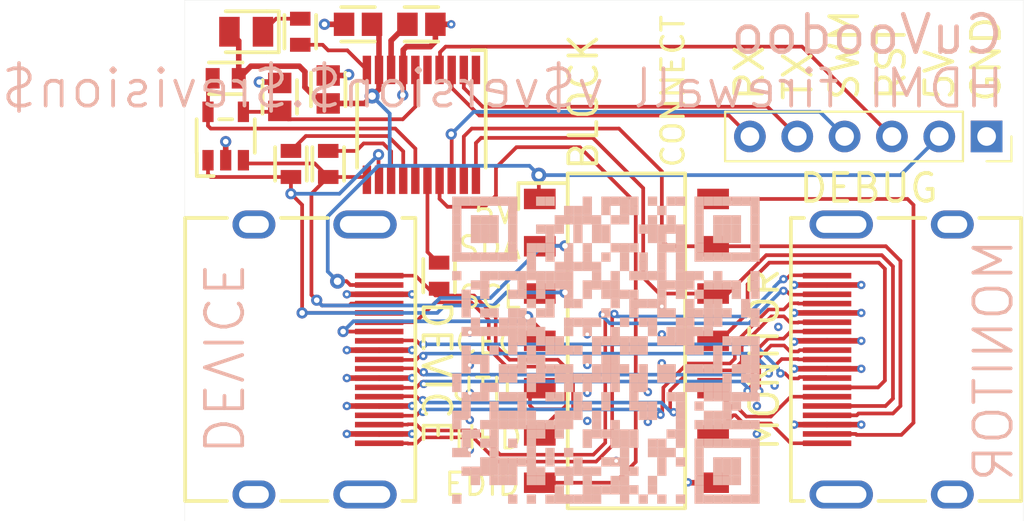
<source format=kicad_pcb>
(kicad_pcb (version 20211014) (generator pcbnew)

  (general
    (thickness 1.59)
  )

  (paper "A4")
  (title_block
    (date "$date$")
    (rev "$version$.$revision$")
    (company "CuVoodoo")
    (comment 1 "King Kévin")
    (comment 2 "CERN-OHL-S")
  )

  (layers
    (0 "F.Cu" signal)
    (1 "In1.Cu" power)
    (2 "In2.Cu" power)
    (31 "B.Cu" signal)
    (33 "F.Adhes" user "F.Adhesive")
    (35 "F.Paste" user)
    (36 "B.SilkS" user "B.Silkscreen")
    (37 "F.SilkS" user "F.Silkscreen")
    (38 "B.Mask" user)
    (39 "F.Mask" user)
    (44 "Edge.Cuts" user)
    (45 "Margin" user)
    (46 "B.CrtYd" user "B.Courtyard")
    (47 "F.CrtYd" user "F.Courtyard")
    (48 "B.Fab" user)
    (49 "F.Fab" user)
  )

  (setup
    (stackup
      (layer "F.SilkS" (type "Top Silk Screen") (color "White"))
      (layer "F.Paste" (type "Top Solder Paste"))
      (layer "F.Mask" (type "Top Solder Mask") (color "Green") (thickness 0.01))
      (layer "F.Cu" (type "copper") (thickness 0.035))
      (layer "dielectric 1" (type "core") (thickness 0.2) (material "FR4") (epsilon_r 4.6) (loss_tangent 0.02))
      (layer "In1.Cu" (type "copper") (thickness 0.0175))
      (layer "dielectric 2" (type "prepreg") (thickness 1.065) (material "FR4") (epsilon_r 4.6) (loss_tangent 0.02))
      (layer "In2.Cu" (type "copper") (thickness 0.0175))
      (layer "dielectric 3" (type "core") (thickness 0.2) (material "FR4") (epsilon_r 4.6) (loss_tangent 0.02))
      (layer "B.Cu" (type "copper") (thickness 0.035))
      (layer "B.Mask" (type "Bottom Solder Mask") (color "Green") (thickness 0.01))
      (layer "B.SilkS" (type "Bottom Silk Screen") (color "White"))
      (copper_finish "None")
      (dielectric_constraints yes)
    )
    (pad_to_mask_clearance 0)
    (pcbplotparams
      (layerselection 0x00010fc_ffffffff)
      (disableapertmacros false)
      (usegerberextensions false)
      (usegerberattributes true)
      (usegerberadvancedattributes true)
      (creategerberjobfile true)
      (svguseinch false)
      (svgprecision 6)
      (excludeedgelayer true)
      (plotframeref false)
      (viasonmask false)
      (mode 1)
      (useauxorigin false)
      (hpglpennumber 1)
      (hpglpenspeed 20)
      (hpglpendiameter 15.000000)
      (dxfpolygonmode true)
      (dxfimperialunits true)
      (dxfusepcbnewfont true)
      (psnegative false)
      (psa4output false)
      (plotreference true)
      (plotvalue true)
      (plotinvisibletext false)
      (sketchpadsonfab false)
      (subtractmaskfromsilk false)
      (outputformat 1)
      (mirror false)
      (drillshape 1)
      (scaleselection 1)
      (outputdirectory "")
    )
  )

  (net 0 "")
  (net 1 "GND")
  (net 2 "Net-(C1-Pad2)")
  (net 3 "+5V")
  (net 4 "/EEPROM")
  (net 5 "/D2+")
  (net 6 "/D2-")
  (net 7 "/D1+")
  (net 8 "/D1-")
  (net 9 "/D0+")
  (net 10 "/D0-")
  (net 11 "/CK+")
  (net 12 "/CK-")
  (net 13 "/CEC")
  (net 14 "/HEAC_D+")
  (net 15 "/SCL")
  (net 16 "/SDA")
  (net 17 "/HEAC_D-")
  (net 18 "Net-(J2-Pad13)")
  (net 19 "/HEAC_M+")
  (net 20 "/SCL_M")
  (net 21 "/SDA_M")
  (net 22 "Net-(J2-Pad18)")
  (net 23 "/HEAC_M-")
  (net 24 "/RST")
  (net 25 "/SWIM")
  (net 26 "/TX")
  (net 27 "/RX")
  (net 28 "/PRES")
  (net 29 "Net-(R4-Pad1)")
  (net 30 "/WP")
  (net 31 "/EDID")
  (net 32 "unconnected-(U1-Pad1)")
  (net 33 "unconnected-(U1-Pad5)")
  (net 34 "Net-(R4-Pad2)")
  (net 35 "/SDA_PU")
  (net 36 "/SCL_PU")

  (footprint "qeda:UC1608X55N" (layer "F.Cu") (at 55.5 64.5 180))

  (footprint "qeda:CONNECTOR_HDMI-001S" (layer "F.Cu") (at 86.5 75 -90))

  (footprint "qeda:CAPC1608X92N" (layer "F.Cu") (at 55.5 60.5))

  (footprint "qeda:SOP254P976X355-14N" (layer "F.Cu") (at 71.5 74))

  (footprint "qeda:CONNECTOR_HDMI-001S" (layer "F.Cu") (at 54 75 90))

  (footprint "qeda:LEDC2012X80N" (layer "F.Cu") (at 51.1 57.4 -90))

  (footprint "qeda:SOT95P280X125-5N" (layer "F.Cu") (at 50 63 90))

  (footprint "qeda:UC1608X55N" (layer "F.Cu") (at 50 59.9 90))

  (footprint "qeda:CAPC1608X92N" (layer "F.Cu") (at 57.1 57 90))

  (footprint "qeda:UC1608X55N" (layer "F.Cu") (at 53.5 64.5 180))

  (footprint "qeda:CAPC1608X92N" (layer "F.Cu") (at 52.9 60.9))

  (footprint "qeda:SOP65P640X120-20N" (layer "F.Cu") (at 60.5 62.4 -90))

  (footprint "Connector_PinSocket_2.54mm:PinSocket_1x06_P2.54mm_Vertical" (layer "F.Cu") (at 90.825 63.025 -90))

  (footprint "qeda:UC1608X55N" (layer "F.Cu") (at 61.45 70.5 180))

  (footprint "qeda:CAPC1608X92N" (layer "F.Cu") (at 60.5 57 -90))

  (footprint "qeda:UC1608X55N" (layer "F.Cu") (at 54 57.4 180))

  (footprint "custom:qr" (layer "B.Cu") (at 70.4 74.5 180))

  (gr_rect (start 47.8 55.7) (end 92.8 83.7) (layer "Edge.Cuts") (width 0.01) (fill none) (tstamp f0146902-4434-4b0f-b356-212cd68fedb2))
  (gr_text "DEVICE" (at 49.8 74.95 270) (layer "B.SilkS") (tstamp 2c597ce7-f11b-4c21-aadd-c78376cd4545)
    (effects (font (size 2 2) (thickness 0.2)) (justify mirror))
  )
  (gr_text "HDMI firewall v$version$.$revision$" (at 91.9 60.45) (layer "B.SilkS") (tstamp 47d2de52-f49e-423a-b420-37362595aee9)
    (effects (font (size 2 2) (thickness 0.2)) (justify left mirror))
  )
  (gr_text "MONITOR" (at 91.2 75.05 90) (layer "B.SilkS") (tstamp b7a9cebd-bbc2-4903-8147-14f38735f3a2)
    (effects (font (size 2 2) (thickness 0.2)) (justify mirror))
  )
  (gr_text "CuVoodoo" (at 91.85 57.55) (layer "B.SilkS") (tstamp e33f2640-6147-4605-84c4-295ca3d1c887)
    (effects (font (size 2 2) (thickness 0.25)) (justify left mirror))
  )
  (gr_text "TX" (at 80.7 61.2 90) (layer "F.SilkS") (tstamp 0c5f848f-0019-403a-82c9-a37b1ed1c370)
    (effects (font (size 1.5 1.5) (thickness 0.2)) (justify left))
  )
  (gr_text "5V" (at 88.3 61.2 90) (layer "F.SilkS") (tstamp 1cdc715f-35da-4031-90b3-2b1ff424be14)
    (effects (font (size 1.5 1.5) (thickness 0.2)) (justify left))
  )
  (gr_text "HPD" (at 66 79.2) (layer "F.SilkS") (tstamp 2763916d-9ecc-4556-9441-121441775248)
    (effects (font (size 1.2 1.2) (thickness 0.16)) (justify right))
  )
  (gr_text "EDID" (at 65.9 81.7) (layer "F.SilkS") (tstamp 4dee5168-4f51-483e-9d9a-37d92ae901ea)
    (effects (font (size 1.2 1.2) (thickness 0.16)) (justify right))
  )
  (gr_text "SDA" (at 65.95 69) (layer "F.SilkS") (tstamp 5dfa2e7f-530f-44ae-905f-bddb3d619752)
    (effects (font (size 1.2 1.2) (thickness 0.16)) (justify right))
  )
  (gr_text "MONITOR" (at 78.9 75 90) (layer "F.SilkS") (tstamp 6d59aa18-c021-422f-ad9f-81837e6c0b48)
    (effects (font (size 1.5 1.5) (thickness 0.2)))
  )
  (gr_text "RST" (at 85.7 61.2 90) (layer "F.SilkS") (tstamp 740fd393-eab6-46ac-8b63-b338c8b36286)
    (effects (font (size 1.5 1.5) (thickness 0.2)) (justify left))
  )
  (gr_text "DEBUG" (at 84.5 65.8) (layer "F.SilkS") (tstamp 79d2f178-b18d-4243-b1f9-3a0821e998d8)
    (effects (font (size 1.5 1.5) (thickness 0.2)))
  )
  (gr_text "GND" (at 90.8 61.3 90) (layer "F.SilkS") (tstamp 83c32e93-ec61-4fc4-bcb8-11c9d1bb60e5)
    (effects (font (size 1.5 1.5) (thickness 0.2)) (justify left))
  )
  (gr_text "BLOCK" (at 69.2 57.4 90) (layer "F.SilkS") (tstamp 83fbe59b-a59c-4098-8d1f-4a61a45b5486)
    (effects (font (size 1.5 1.5) (thickness 0.2)) (justify right))
  )
  (gr_text "SCL" (at 65.95 71.65) (layer "F.SilkS") (tstamp 89c8a35d-3c44-4e2a-86f8-0957371e37cd)
    (effects (font (size 1.2 1.2) (thickness 0.16)) (justify right))
  )
  (gr_text "UTIL" (at 65.9 76.6) (layer "F.SilkS") (tstamp 98de9a7e-656d-4135-8bd0-809035f2e3a3)
    (effects (font (size 1.2 1.2) (thickness 0.16)) (justify right))
  )
  (gr_text "CEC" (at 65.9 74.1) (layer "F.SilkS") (tstamp ad6729fb-9aa4-42bf-afee-63f6d49c5850)
    (effects (font (size 1.2 1.2) (thickness 0.16)) (justify right))
  )
  (gr_text "5V" (at 65.6 67.1) (layer "F.SilkS") (tstamp c9706b15-2062-431c-a6e4-3d87a8073382)
    (effects (font (size 1.2 1.2) (thickness 0.16)) (justify right))
  )
  (gr_text "CONNECT" (at 74 56.4 90) (layer "F.SilkS") (tstamp d6e6acfd-ff08-405f-83ab-b581ecd673c2)
    (effects (font (size 1.2 1.2) (thickness 0.17)) (justify right))
  )
  (gr_text "RX" (at 78.1 61.2 90) (layer "F.SilkS") (tstamp dcc49d98-631a-4b1e-8436-6b22799f4a51)
    (effects (font (size 1.5 1.5) (thickness 0.2)) (justify left))
  )
  (gr_text "SWM" (at 83.2 61.2 90) (layer "F.SilkS") (tstamp ef25fc1a-2019-46ad-a259-cfd9f82b52be)
    (effects (font (size 1.5 1.5) (thickness 0.2)) (justify left))
  )
  (gr_text "DEVICE" (at 61.3 75.7 270) (layer "F.SilkS") (tstamp fe79ef0f-61de-44d4-bd3f-a04037e674f7)
    (effects (font (size 1.5 1.5) (thickness 0.2)))
  )

  (segment (start 82.265 71) (end 80.5 71) (width 0.3) (layer "F.Cu") (net 1) (tstamp 030ef409-0b8b-4748-b7c1-c06cdcec382f))
  (segment (start 60 77.5) (end 58.235 77.5) (width 0.3) (layer "F.Cu") (net 1) (tstamp 13c513c0-2797-4fab-bb0b-631564f96e84))
  (segment (start 80.55 74) (end 80.5 74.05) (width 0.3) (layer "F.Cu") (net 1) (tstamp 199862ed-46c9-48b0-9a34-16f964f2b67c))
  (segment (start 82.265 71) (end 84.1 71) (width 0.3) (layer "F.Cu") (net 1) (tstamp 1e105fb8-f4a3-46ed-ab85-cfbb820f701a))
  (segment (start 74.82 81.62) (end 74.8 81.6) (width 0.3) (layer "F.Cu") (net 1) (tstamp 208199e5-c54a-41a6-b035-22d52b6c168a))
  (segment (start 50 63.2995) (end 50 64.3) (width 0.3) (layer "F.Cu") (net 1) (tstamp 2193d0a3-b7b4-4a80-a96b-136af4a59e88))
  (segment (start 82.265 78.5) (end 84.1 78.5) (width 0.3) (layer "F.Cu") (net 1) (tstamp 31b28111-e171-4187-9ddf-202037d12ca1))
  (segment (start 82.265 75.5) (end 84.1 75.5) (width 0.3) (layer "F.Cu") (net 1) (tstamp 437cd497-cd5a-408b-83c2-96d66eaa34e9))
  (segment (start 82.265 72.5) (end 84.1 72.5) (width 0.3) (layer "F.Cu") (net 1) (tstamp 4b8b41b0-d4b5-4613-be35-772c57e0a873))
  (segment (start 82.265 74) (end 80.55 74) (width 0.3) (layer "F.Cu") (net 1) (tstamp 4c575d4c-696c-425d-9ff8-04beb7aed8cd))
  (segment (start 59.525 59.45) (end 59.525 58.375) (width 0.3) (layer "F.Cu") (net 1) (tstamp 50f3dbc0-dcd1-49ce-be73-b6c0fc235910))
  (segment (start 58.235 74.5) (end 56.5 74.5) (width 0.3) (layer "F.Cu") (net 1) (tstamp 5608f937-7766-49ea-9dcf-ba5101e43643))
  (segment (start 51.8 60.1) (end 52.85 60.1) (width 0.3) (layer "F.Cu") (net 1) (tstamp 6b397ab1-e628-4c72-83d8-b1288892959b))
  (segment (start 56.35 57) (end 55.3 57) (width 0.3) (layer "F.Cu") (net 1) (tstamp 7224f935-2b1e-4853-ab3d-ec18434c4d49))
  (segment (start 76.15 81.62) (end 74.82 81.62) (width 0.3) (layer "F.Cu") (net 1) (tstamp 747073eb-53e7-442f-9534-47a84da741fb))
  (segment (start 82.265 75.5) (end 80.5 75.5) (width 0.3) (layer "F.Cu") (net 1) (tstamp 7604004b-c093-4f13-ba1c-ec520e3d57e9))
  (segment (start 59.525 60.775) (end 59.5 60.8) (width 0.3) (layer "F.Cu") (net 1) (tstamp 7bb9ca4c-2376-4301-ac85-8dfb184f1409))
  (segment (start 80.5 78.5) (end 82.265 78.5) (width 0.3) (layer "F.Cu") (net 1) (tstamp 7defaae6-a866-44cd-a66f-77359d319367))
  (segment (start 60.975 58.2) (end 61.25 57.925) (width 0.3) (layer "F.Cu") (net 1) (tstamp 8408ed7e-8be3-4326-a851-d3679c0c239f))
  (segment (start 59.525 58.375) (end 59.7 58.2) (width 0.3) (layer "F.Cu") (net 1) (tstamp 86915918-b97e-4b3e-97cc-e24017dd1c70))
  (segment (start 56.55 59.75) (end 56.6 59.7) (width 0.3) (layer "F.Cu") (net 1) (tstamp 9cda6968-9ac5-4583-8582-66a8f899df40))
  (segment (start 58.235 76) (end 56.5 76) (width 0.3) (layer "F.Cu") (net 1) (tstamp a007faf4-14b9-4ecd-b115-e2dddc697411))
  (segment (start 59.525 59.45) (end 59.525 60.775) (width 0.3) (layer "F.Cu") (net 1) (tstamp a36cd402-add7-4dd1-857e-e36b6dd11d94))
  (segment (start 82.265 74) (end 84.1 74) (width 0.3) (layer "F.Cu") (net 1) (tstamp ae7bd550-8e0d-4f62-b9b7-a7df709bb3ba))
  (segment (start 58.235 71.5) (end 60 71.5) (width 0.3) (layer "F.Cu") (net 1) (tstamp b597e2cc-ba82-48ef-9f7b-8d2f14850382))
  (segment (start 58.235 77.5) (end 56.5 77.5) (width 0.3) (layer "F.Cu") (net 1) (tstamp b796e7ba-75e9-4204-bfd0-7de2ee636f1c))
  (segment (start 58.235 74.5) (end 60 74.5) (width 0.3) (layer "F.Cu") (net 1) (tstamp b8261154-629a-4363-bb06-420b6c604c2f))
  (segment (start 60 79) (end 58.235 79) (width 0.3) (layer "F.Cu") (net 1) (tstamp b909327e-a584-45b5-84ed-0ad275fbc7e2))
  (segment (start 52.85 60.1) (end 52.9 60.15) (width 0.3) (layer "F.Cu") (net 1) (tstamp c5e86747-df53-44be-9d8b-90dcbc7bdf55))
  (segment (start 58.235 79) (end 56.5 79) (width 0.3) (layer "F.Cu") (net 1) (tstamp c76c9861-8233-4ce5-823b-3b9b2d7ab6b6))
  (segment (start 80.5 72.5) (end 82.265 72.5) (width 0.3) (layer "F.Cu") (net 1) (tstamp d07bf469-9c65-4e19-abdc-0e9808d255b5))
  (segment (start 60 76) (end 58.235 76) (width 0.3) (layer "F.Cu") (net 1) (tstamp d5a0d335-4cc3-4ce4-b512-7d024da7957a))
  (segment (start 59.7 58.2) (end 60.975 58.2) (width 0.3) (layer "F.Cu") (net 1) (tstamp d91b20e8-f33e-4183-beb3-646ad59a49a8))
  (segment (start 61.25 57) (end 62.1 57) (width 0.3) (layer "F.Cu") (net 1) (tstamp d9725666-0875-4877-9d05-00d5774ed91f))
  (segment (start 55.5 59.75) (end 56.55 59.75) (width 0.3) (layer "F.Cu") (net 1) (tstamp f0cc7b16-52e7-457e-b47f-e58c1012676e))
  (segment (start 61.25 57.925) (end 61.25 57) (width 0.3) (layer "F.Cu") (net 1) (tstamp f692ec31-966c-401e-8cb0-a7d4cc8e9115))
  (segment (start 58.235 71.5) (end 56.5 71.5) (width 0.3) (layer "F.Cu") (net 1) (tstamp fa5b9160-84c1-4398-a844-8dcce0b20d5a))
  (via (at 50 63.2995) (size 0.6) (drill 0.3) (layers "F.Cu" "B.Cu") (free) (net 1) (tstamp 12081a9e-2f61-4cfe-ab22-dd2f30c7841e))
  (via (at 78.5 77.5) (size 0.45) (drill 0.2) (layers "F.Cu" "B.Cu") (free) (net 1) (tstamp 13156a3b-ca30-43a7-a050-d574dd9061e1))
  (via (at 62.1 57) (size 0.45) (drill 0.2) (layers "F.Cu" "B.Cu") (net 1) (tstamp 16e0912b-6a18-4646-97c1-839bd44a3cf4))
  (via (at 56.5 71.5) (size 0.45) (drill 0.2) (layers "F.Cu" "B.Cu") (free) (net 1) (tstamp 1b5b5bad-4c27-4249-af50-2541dad5fa2c))
  (via (at 60 74.5) (size 0.45) (drill 0.2) (layers "F.Cu" "B.Cu") (free) (net 1) (tstamp 1c5e9f0d-68d2-4c12-a5e8-48104048e35c))
  (via (at 84.1 72.5) (size 0.45) (drill 0.2) (layers "F.Cu" "B.Cu") (free) (net 1) (tstamp 2198bf5f-4db5-402d-aeb9-b94b121b1a3b))
  (via (at 73.4 73.65) (size 0.45) (drill 0.2) (layers "F.Cu" "B.Cu") (free) (net 1) (tstamp 230b25cc-e2aa-41e0-8891-08c9246b82d6))
  (via (at 56.5 76) (size 0.45) (drill 0.2) (layers "F.Cu" "B.Cu") (free) (net 1) (tstamp 25915e41-795d-42e2-abd2-cf64c0e69c20))
  (via (at 78.5 79) (size 0.45) (drill 0.2) (layers "F.Cu" "B.Cu") (free) (net 1) (tstamp 2ef38574-8043-4097-a6fd-ae69406945f3))
  (via (at 73.4 72.15) (size 0.45) (drill 0.2) (layers "F.Cu" "B.Cu") (free) (net 1) (tstamp 311d7601-769e-4dd5-9372-55a086801313))
  (via (at 84.1 78.5) (size 0.45) (drill 0.2) (layers "F.Cu" "B.Cu") (free) (net 1) (tstamp 33799ef9-48a6-49f5-bd14-2b77e65dcf1d))
  (via (at 51.8 60.1) (size 0.6) (drill 0.3) (layers "F.Cu" "B.Cu") (free) (net 1) (tstamp 347577e0-c630-401a-8420-cfbd75e39d61))
  (via (at 56.6 59.7) (size 0.6) (drill 0.3) (layers "F.Cu" "B.Cu") (free) (net 1) (tstamp 3b02b579-c5bf-4f96-a5af-89f4da112641))
  (via (at 80.5 71) (size 0.45) (drill 0.2) (layers "F.Cu" "B.Cu") (free) (net 1) (tstamp 3df18c45-3271-407e-96f6-36c1cc3c2a8f))
  (via (at 70.95 80.45) (size 0.45) (drill 0.2) (layers "F.Cu" "B.Cu") (free) (net 1) (tstamp 49e2fa09-97e2-4d2f-aa19-0cf1a58f3c7a))
  (via (at 73.4 75.20517) (size 0.45) (drill 0.2) (layers "F.Cu" "B.Cu") (free) (net 1) (tstamp 52e50b84-bed4-4e6a-9afe-d8affbbe8324))
  (via (at 79.65 73.25) (size 0.45) (drill 0.2) (layers "F.Cu" "B.Cu") (free) (net 1) (tstamp 5ad761ca-5dda-460b-83ba-4ff93d01ab7f))
  (via (at 59.5 60.8) (size 0.6) (drill 0.3) (layers "F.Cu" "B.Cu") (free) (net 1) (tstamp 5afe85f4-f78a-4e0f-be10-eba839eb97a1))
  (via (at 56.5 77.5) (size 0.45) (drill 0.2) (layers "F.Cu" "B.Cu") (free) (net 1) (tstamp 5d73ed84-2da5-4113-943d-b00923919726))
  (via (at 55.3 57) (size 0.6) (drill 0.3) (layers "F.Cu" "B.Cu") (free) (net 1) (tstamp 5e097d90-6160-43db-b00e-feab04f18309))
  (via (at 60 79) (size 0.45) (drill 0.2) (layers "F.Cu" "B.Cu") (free) (net 1) (tstamp 60e564b8-f8ff-45bd-ad02-02ecbad1743b))
  (via (at 80.5 78.5) (size 0.45) (drill 0.2) (layers "F.Cu" "B.Cu") (free) (net 1) (tstamp 60fbf618-acc9-4b1b-9b1b-c511379d9387))
  (via (at 69.4 76.79483) (size 0.45) (drill 0.2) (layers "F.Cu" "B.Cu") (free) (net 1) (tstamp 7eaafd7e-21f6-440f-b525-a59e0522084f))
  (via (at 84.1 74) (size 0.45) (drill 0.2) (layers "F.Cu" "B.Cu") (free) (net 1) (tstamp 81d08eb9-eff3-44f2-b81a-11643210ae93))
  (via (at 63.1 73.55) (size 0.45) (drill 0.2) (layers "F.Cu" "B.Cu") (free) (net 1) (tstamp 8b15f369-8d44-420a-92b5-c5a407a299f3))
  (via (at 72.65 78.35) (size 0.45) (drill 0.2) (layers "F.Cu" "B.Cu") (free) (net 1) (tstamp 8d22862b-de61-4fb8-b9f7-aacd7849072f))
  (via (at 80.5 72.5) (size 0.45) (drill 0.2) (layers "F.Cu" "B.Cu") (free) (net 1) (tstamp 8d370db9-a62f-447f-83e6-7736291ea0c5))
  (via (at 69.4 73.65) (size 0.45) (drill 0.2) (layers "F.Cu" "B.Cu") (free) (net 1) (tstamp 8dff5c54-6793-4630-8415-f111e79951ff))
  (via (at 69.4 78.3) (size 0.45) (drill 0.2) (layers "F.Cu" "B.Cu") (free) (net 1) (tstamp 9d3e06e5-3c3f-4f9f-9eeb-1eb5d42fe85f))
  (via (at 72.65 76.75) (size 0.45) (drill 0.2) (layers "F.Cu" "B.Cu") (free) (net 1) (tstamp 9fdb9a90-712c-434a-af63-c0c7625daf38))
  (via (at 63.1 79.85) (size 0.45) (drill 0.2) (layers "F.Cu" "B.Cu") (free) (net 1) (tstamp a510673f-d202-4062-8a2b-ef224cbcc369))
  (via (at 63.1 76.8) (size 0.45) (drill 0.2) (layers "F.Cu" "B.Cu") (free) (net 1) (tstamp a7f41697-57ed-4434-893b-c2c5d3b2644d))
  (via (at 69.4 75.29483) (size 0.45) (drill 0.2) (layers "F.Cu" "B.Cu") (free) (net 1) (tstamp ae5eceff-6820-4ae8-9a22-39b968883ac8))
  (via (at 56.5 74.5) (size 0.45) (drill 0.2) (layers "F.Cu" "B.Cu") (free) (net 1) (tstamp aec6c0cc-f3d8-4468-a024-36d4c392eead))
  (via (at 84.1 71) (size 0.45) (drill 0.2) (layers "F.Cu" "B.Cu") (free) (net 1) (tstamp b267e1f3-893f-4400-952a-76802bd4a6c6))
  (via (at 56.5 79) (size 0.45) (drill 0.2) (layers "F.Cu" "B.Cu") (free) (net 1) (tstamp b47714ce-d7cd-4b5d-b81c-4b0762667678))
  (via (at 60 77.5) (size 0.45) (drill 0.2) (layers "F.Cu" "B.Cu") (free) (net 1) (tstamp ba294fbe-c7a4-4d56-ae9d-5926e77ea062))
  (via (at 60 71.5) (size 0.45) (drill 0.2) (layers "F.Cu" "B.Cu") (free) (net 1) (tstamp bddc7151-0248-4511-a07e-af73a6a2f1ca))
  (via (at 84.1 75.5) (size 0.45) (drill 0.2) (layers "F.Cu" "B.Cu") (free) (net 1) (tstamp be1ce85c-d12a-41cd-8769-b083485f97e5))
  (via (at 80.5 74.05) (size 0.45) (drill 0.2) (layers "F.Cu" "B.Cu") (free) (net 1) (tstamp c3f6502e-b8d4-4645-a60f-22ebde1d6659))
  (via (at 79.45 76.4) (size 0.45) (drill 0.2) (layers "F.Cu" "B.Cu") (free) (net 1) (tstamp cc9340a7-45be-4f1e-b464-6ee8773fc97b))
  (via (at 60 76) (size 0.45) (drill 0.2) (layers "F.Cu" "B.Cu") (free) (net 1) (tstamp d521dab0-da72-440b-b930-1c6f2dcb7c45))
  (via (at 63.1 75.3) (size 0.45) (drill 0.2) (layers "F.Cu" "B.Cu") (free) (net 1) (tstamp d694ed74-4d5e-45d9-8d08-dd40bf37bae5))
  (via (at 63.1 78.25) (size 0.45) (drill 0.2) (layers "F.Cu" "B.Cu") (free) (net 1) (tstamp df853400-e04f-45ba-bd61-169414949bf4))
  (via (at 80.5 75.5) (size 0.45) (drill 0.2) (layers "F.Cu" "B.Cu") (free) (net 1) (tstamp ee679fbd-8e84-4712-b231-64c221cbec70))
  (via (at 74.8 81.6) (size 0.45) (drill 0.2) (layers "F.Cu" "B.Cu") (net 1) (tstamp f7210ace-0e6f-441b-a219-7c25cfc1a7ea))
  (segment (start 58.875 57.875) (end 59.75 57) (width 0.3) (layer "F.Cu") (net 2) (tstamp 6c91f2bb-88f9-4f11-8d5d-5896eff968b8))
  (segment (start 58.875 59.45) (end 58.875 57.875) (width 0.3) (layer "F.Cu") (net 2) (tstamp c4752bdf-7c9d-4191-bb56-ae6be4218696))
  (segment (start 66.8 65.1) (end 66.8 66.33) (width 0.2) (layer "F.Cu") (net 3) (tstamp 01d5179b-61d2-499b-ae1e-127b6a941bc5))
  (segment (start 54.25 59.55) (end 53.95 59.25) (width 0.3) (layer "F.Cu") (net 3) (tstamp 0a314d9d-8c2a-490f-91d4-690112625638))
  (segment (start 55.125 61.25) (end 55.5 61.25) (width 0.3) (layer "F.Cu") (net 3) (tstamp 2742e224-5d7c-4e39-8cdd-aa49b9adc5bf))
  (segment (start 57.85625 60.85625) (end 58.225 60.4875) (width 0.3) (layer "F.Cu") (net 3) (tstamp 2a485400-8544-4dae-a452-99f632bc6a21))
  (segment (start 55.5 61.25) (end 57.4625 61.25) (width 0.3) (layer "F.Cu") (net 3) (tstamp 58c97d0a-b0bf-4854-b82d-43d7b14a81cf))
  (segment (start 58.235 71) (end 56.8 71) (width 0.2) (layer "F.Cu") (net 3) (tstamp 60af9a9f-15a8-4189-ab55-bfe058806db6))
  (segment (start 50.7 57.9) (end 50.2 57.4) (width 0.3) (layer "F.Cu") (net 3) (tstamp 70cb0b29-e050-42da-b908-decb7e6a0f6d))
  (segment (start 57.4625 61.25) (end 57.85625 60.85625) (width 0.3) (layer "F.Cu") (net 3) (tstamp 799c226c-398c-4a08-a911-6cfb8e0a5cbe))
  (segment (start 56.685 71) (end 56.485 70.8) (width 0.2) (layer "F.Cu") (net 3) (tstamp 7e1d0b54-2a2b-4bbb-aab5-193fac26aa28))
  (segment (start 54.25 60.375) (end 54.25 59.55) (width 0.3) (layer "F.Cu") (net 3) (tstamp 89f5bef0-dec9-4289-99a1-fbe199055e5c))
  (segment (start 66.8 66.33) (end 66.85 66.38) (width 0.2) (layer "F.Cu") (net 3) (tstamp b07d96ee-ad63-4600-8684-1afdb45169d4))
  (segment (start 56.485 70.8) (end 56 70.8) (width 0.2) (layer "F.Cu") (net 3) (tstamp b7fd8065-0176-433f-8ef3-badfd743f143))
  (segment (start 58.225 59.45) (end 58.225 57.375) (width 0.3) (layer "F.Cu") (net 3) (tstamp cfa9de47-9837-4aaf-9a58-57bbaedb290d))
  (segment (start 50.7 59.9) (end 51.35 59.25) (width 0.3) (layer "F.Cu") (net 3) (tstamp dc0bc408-0143-4e6f-aeae-d59db0cbef5e))
  (segment (start 58.225 57.375) (end 57.85 57) (width 0.3) (layer "F.Cu") (net 3) (tstamp e0ad777a-5f39-4a2d-b84d-8f45fa1117e0))
  (segment (start 51.35 59.25) (end 53.95 59.25) (width 0.3) (layer "F.Cu") (net 3) (tstamp ebf458c4-6330-48f3-962e-86ae0e9e132d))
  (segment (start 58.225 60.4875) (end 58.225 59.45) (width 0.3) (layer "F.Cu") (net 3) (tstamp f014c351-bb7c-4a6f-8f15-c91a11bf8d9b))
  (segment (start 56.8 71) (end 56.685 71) (width 0.2) (layer "F.Cu") (net 3) (tstamp f21c16b1-73c3-4db2-982b-0edd61ad1e27))
  (segment (start 54.25 60.375) (end 55.125 61.25) (width 0.3) (layer "F.Cu") (net 3) (tstamp f829dd0e-709e-4965-902e-e4128d91c9ca))
  (segment (start 50.7 59.9) (end 50.7 57.9) (width 0.3) (layer "F.Cu") (net 3) (tstamp f9529e59-fc90-4c69-b122-a7dda4c1f33f))
  (via (at 57.85625 60.85625) (size 0.8) (drill 0.4) (layers "F.Cu" "B.Cu") (net 3) (tstamp 1a8805c9-ca76-460d-b226-d86aa3bcba6e))
  (via (at 56 70.8) (size 0.8) (drill 0.4) (layers "F.Cu" "B.Cu") (remove_unused_layers) (net 3) (tstamp 67996be3-9c22-4f3b-85cf-42e16608008a))
  (via (at 66.8 65.1) (size 0.8) (drill 0.4) (layers "F.Cu" "B.Cu") (net 3) (tstamp c6c4f6bc-b420-494c-8c0a-2fdcb2abc42b))
  (segment (start 55.475 70.275) (end 55.475 67.315076) (width 0.2) (layer "B.Cu") (net 3) (tstamp 25e73088-98ec-4de1-98af-8cf88be2fb53))
  (segment (start 58.8 61.8) (end 58.8 64.6) (width 0.2) (layer "B.Cu") (net 3) (tstamp 3254e77e-45e0-4d45-bf36-94d842b6e069))
  (segment (start 55.475 67.315076) (end 58.190076 64.6) (width 0.2) (layer "B.Cu") (net 3) (tstamp 3a16ff34-1f4d-4ae1-8543-6c090953abba))
  (segment (start 58.448529 64.6) (end 58.8 64.6) (width 0.2) (layer "B.Cu") (net 3) (tstamp 46403fb9-ceaf-4897-bf4b-0645118fd67d))
  (segment (start 86.21 65.1) (end 88.285 63.025) (width 0.2) (layer "B.Cu") (net 3) (tstamp 55e1e58a-12e0-4529-985f-c4648230700e))
  (segment (start 58.190076 64.6) (end 58.448529 64.6) (width 0.2) (layer "B.Cu") (net 3) (tstamp 7f92703e-6cd0-49d8-9045-d274b390b548))
  (segment (start 56 70.8) (end 55.475 70.275) (width 0.2) (layer "B.Cu") (net 3) (tstamp a946ae01-5f93-4e3e-b447-dccdc6526c42))
  (segment (start 57.85625 60.85625) (end 58.8 61.8) (width 0.2) (layer "B.Cu") (net 3) (tstamp c9722d09-7b4b-4044-9688-0a1375654cd7))
  (segment (start 66.3 64.6) (end 66.8 65.1) (width 0.2) (layer "B.Cu") (net 3) (tstamp cb0ee71c-ebb3-4554-9d4d-4961a668f0bc))
  (segment (start 58.8 64.6) (end 66.3 64.6) (width 0.2) (layer "B.Cu") (net 3) (tstamp d632899a-9947-4afd-89fc-d8b5924bc07f))
  (segment (start 66.8 65.1) (end 86.21 65.1) (width 0.2) (layer "B.Cu") (net 3) (tstamp f90f532b-21bf-4e95-8db8-057652d95b13))
  (segment (start 50.95 61.7) (end 52.85 61.7) (width 0.2) (layer "F.Cu") (net 4) (tstamp 27015a25-da8d-4154-be0d-a1e0228c57de))
  (segment (start 52.85 61.7) (end 52.9 61.65) (width 0.2) (layer "F.Cu") (net 4) (tstamp 46ac799c-48a2-41dc-ab78-ac56d92d7225))
  (segment (start 53.35 62.1) (end 59.5 62.1) (width 0.2) (layer "F.Cu") (net 4) (tstamp 53201500-f0a5-4892-ac85-ec1fd812e445))
  (segment (start 60.175 61.425) (end 60.175 59.45) (width 0.2) (layer "F.Cu") (net 4) (tstamp 5cefe8d4-4d81-4a51-852b-4346c2d2b862))
  (segment (start 59.5 62.1) (end 60.175 61.425) (width 0.2) (layer "F.Cu") (net 4) (tstamp 7bd99fb9-0219-4d9f-bd1b-37880b85a750))
  (segment (start 52.9 61.65) (end 53.35 62.1) (width 0.2) (layer "F.Cu") (net 4) (tstamp cfbab783-140e-400c-bf09-fb8f19029317))
  (segment (start 70.85 72.551815) (end 70.734785 72.66703) (width 0.19177) (layer "F.Cu") (net 5) (tstamp 001c6f3c-65b8-410a-a2cc-d09cd978da7a))
  (segment (start 81.115 70.5) (end 81.094115 70.479115) (width 0.19177) (layer "F.Cu") (net 5) (tstamp 061885af-3b9e-4f08-ade6-dedf770b373f))
  (segment (start 60.215758 79.520885) (end 59.784242 79.520885) (width 0.19177) (layer "F.Cu") (net 5) (tstamp 331e3d4f-5ff2-43b3-94d6-8148a6238b7a))
  (segment (start 69.876541 80.484785) (end 64.573459 80.484785) (width 0.19177) (layer "F.Cu") (net 5) (tstamp 3a518b97-56d7-4841-996e-6ac21b5e8f61))
  (segment (start 80.001313 70.762043) (end 79.92537 70.6861) (width 0.19177) (layer "F.Cu") (net 5) (tstamp 3cef9169-0ea5-437f-baf5-3291dc806823))
  (segment (start 59.763357 79.5) (end 58.235 79.5) (width 0.19177) (layer "F.Cu") (net 5) (tstamp 5147217f-5693-46cc-a5ef-83c4c74a2804))
  (segment (start 70.734785 72.66703) (end 70.734785 79.626541) (width 0.19177) (layer "F.Cu") (net 5) (tstamp 5f3adc0c-b92f-4477-a557-641970c5ae7b))
  (segment (start 80.284242 70.479115) (end 80.001313 70.762043) (width 0.19177) (layer "F.Cu") (net 5) (tstamp 6ae0661f-a6ea-457c-919b-91a8cd2d0db0))
  (segment (start 59.784242 79.520885) (end 59.763357 79.5) (width 0.19177) (layer "F.Cu") (net 5) (tstamp 81366be3-e5f2-4c2f-a70e-99ebc7b1967c))
  (segment (start 60.551858 79.184785) (end 60.215758 79.520885) (width 0.19177) (layer "F.Cu") (net 5) (tstamp 8fd20285-2d69-4958-8865-d3400cca5a20))
  (segment (start 64.573459 80.484785) (end 63.273459 79.184785) (width 0.19177) (layer "F.Cu") (net 5) (tstamp ac1b9af8-505d-4116-81b5-34ddbacc9672))
  (segment (start 82.265 70.5) (end 81.115 70.5) (width 0.19177) (layer "F.Cu") (net 5) (tstamp d3e3f7b7-20fe-4acb-b72c-b08208f4c365))
  (segment (start 63.273459 79.184785) (end 60.551858 79.184785) (width 0.19177) (layer "F.Cu") (net 5) (tstamp d463e7ef-2321-4c7a-b8d3-ff911c49cc5c))
  (segment (start 81.094115 70.479115) (end 80.284242 70.479115) (width 0.19177) (layer "F.Cu") (net 5) (tstamp e1d1c852-9615-4e57-9294-bb02979a3a37))
  (segment (start 70.734785 79.626541) (end 69.876541 80.484785) (width 0.19177) (layer "F.Cu") (net 5) (tstamp ef1ead5c-d192-4e97-b567-fb6eb19f014a))
  (via (at 70.85 72.551815) (size 0.45) (drill 0.2) (layers "F.Cu" "B.Cu") (remove_unused_layers) (net 5) (tstamp 2ff4cd78-684a-4963-aea1-bc332d491c08))
  (via (at 79.92537 70.6861) (size 0.45) (drill 0.2) (layers "F.Cu" "B.Cu") (remove_unused_layers) (net 5) (tstamp e8c26f87-bb4e-4135-8dd2-c9b0ddffc1cd))
  (segment (start 70.989528 72.691343) (end 77.920127 72.691343) (width 0.19177) (layer "B.Cu") (net 5) (tstamp 0e958c1f-6f72-4ac7-bfe1-ccedfcc0dc77))
  (segment (start 79.426685 71.184785) (end 79.426685 71.107337) (width 0.19177) (layer "B.Cu") (net 5) (tstamp 4a840e44-cfaf-47fa-ae3d-422c3c883f14))
  (segment (start 79.426685 71.107337) (end 79.718807 70.815215) (width 0.19177) (layer "B.Cu") (net 5) (tstamp 8321ac20-105a-43e6-a131-b6e944488df3))
  (segment (start 70.85 72.551815) (end 70.989528 72.691343) (width 0.19177) (layer "B.Cu") (net 5) (tstamp 8c612494-1d82-4003-bc51-5f15e4349a07))
  (segment (start 79.718807 70.815215) (end 79.796255 70.815215) (width 0.19177) (layer "B.Cu") (net 5) (tstamp ada04b02-0bec-4595-85b5-6c2a53b27ceb))
  (segment (start 79.796255 70.815215) (end 79.92537 70.6861) (width 0.19177) (layer "B.Cu") (net 5) (tstamp cb55d9a9-4df1-4732-a8ac-45e4bfb52796))
  (segment (start 77.920127 72.691343) (end 79.426685 71.184785) (width 0.19177) (layer "B.Cu") (net 5) (tstamp fe3fb280-dfba-4049-9cf0-ca2c964bd92b))
  (segment (start 70.365215 72.733522) (end 70.365215 79.473459) (width 0.19177) (layer "F.Cu") (net 6) (tstamp 11d8f410-83d2-4bf0-9758-a098fd34b760))
  (segment (start 70.365215 79.473459) (end 69.723459 80.115215) (width 0.19177) (layer "F.Cu") (net 6) (tstamp 2ff5daa1-927c-47df-9b5e-88ab830eef8c))
  (segment (start 70.224006 72.592313) (end 70.365215 72.733522) (width 0.19177) (layer "F.Cu") (net 6) (tstamp 32b709fb-e51d-48c0-aac4-9aed256aadec))
  (segment (start 81.094115 71.520885) (end 80.284242 71.520885) (width 0.19177) (layer "F.Cu") (net 6) (tstamp 417bc1d1-f8f9-44dd-ad1d-96f0f7d9a780))
  (segment (start 64.726541 80.115215) (end 63.426541 78.815215) (width 0.19177) (layer "F.Cu") (net 6) (tstamp 50d2de6c-a573-4e69-9b79-48f069bdec07))
  (segment (start 60.215758 78.479115) (end 59.784242 78.479115) (width 0.19177) (layer "F.Cu") (net 6) (tstamp 68067ded-29d0-40b3-83ba-95d856d38c6c))
  (segment (start 80.001313 71.237957) (end 79.92537 71.3139) (width 0.19177) (layer "F.Cu") (net 6) (tstamp 6b88964b-5ab3-4fb8-aa6e-b68486660854))
  (segment (start 63.426541 78.815215) (end 60.551858 78.815215) (width 0.19177) (layer "F.Cu") (net 6) (tstamp 8a6cef71-1e92-4a58-9394-f330625177af))
  (segment (start 82.265 71.5) (end 81.115 71.5) (width 0.19177) (layer "F.Cu") (net 6) (tstamp b997d9dd-b60b-48d8-875a-0858a7935247))
  (segment (start 59.763357 78.5) (end 58.235 78.5) (width 0.19177) (layer "F.Cu") (net 6) (tstamp bf82f3ed-a793-47fa-ae2a-69893b589b40))
  (segment (start 81.115 71.5) (end 81.094115 71.520885) (width 0.19177) (layer "F.Cu") (net 6) (tstamp bfb50136-bae8-4ed7-9fac-52a492fe114d))
  (segment (start 59.784242 78.479115) (end 59.763357 78.5) (width 0.19177) (layer "F.Cu") (net 6) (tstamp c1ddedec-76f7-4699-9442-e9109c8c7b73))
  (segment (start 69.723459 80.115215) (end 64.726541 80.115215) (width 0.19177) (layer "F.Cu") (net 6) (tstamp d2c413e1-74b3-438a-93c5-71f3989df173))
  (segment (start 80.284242 71.520885) (end 80.001313 71.237957) (width 0.19177) (layer "F.Cu") (net 6) (tstamp f009187c-c5fd-412f-b0df-fe7d727684c0))
  (segment (start 60.551858 78.815215) (end 60.215758 78.479115) (width 0.19177) (layer "F.Cu") (net 6) (tstamp f3ea92e9-cfb0-4521-a848-ed18fe7c9414))
  (via (at 70.224006 72.592313) (size 0.45) (drill 0.2) (layers "F.Cu" "B.Cu") (remove_unused_layers) (net 6) (tstamp 237bd0dd-5d07-48b2-a3c0-bc92b4c12792))
  (via (at 79.92537 71.3139) (size 0.45) (drill 0.2) (layers "F.Cu" "B.Cu") (remove_unused_layers) (net 6) (tstamp e6c710b6-c1d5-46d4-8851-fcf748e2765c))
  (segment (start 70.224006 72.674006) (end 70.610913 73.060913) (width 0.19177) (layer "B.Cu") (net 6) (tstamp 323bde82-12ff-425a-97f4-15f8ae5d2b90))
  (segment (start 79.82022 71.3139) (end 79.92537 71.3139) (width 0.19177) (layer "B.Cu") (net 6) (tstamp 3b9d9266-7002-4dd3-8b38-744c81e79f13))
  (segment (start 70.610913 73.060913) (end 78.073207 73.060913) (width 0.19177) (layer "B.Cu") (net 6) (tstamp 45560172-7d91-4790-ad88-672540757589))
  (segment (start 78.073207 73.060913) (end 79.82022 71.3139) (width 0.19177) (layer "B.Cu") (net 6) (tstamp 4bc8c2da-4356-4fc5-9b5c-2a05b6ed5ae0))
  (segment (start 70.224006 72.592313) (end 70.224006 72.674006) (width 0.19177) (layer "B.Cu") (net 6) (tstamp a41d0a09-b559-4210-97f3-ace09e8b57df))
  (segment (start 77.057368 75.215215) (end 77.315215 74.957368) (width 0.19177) (layer "F.Cu") (net 7) (tstamp 03fe0f21-3ec2-45ea-a785-a15fd7b1e5e5))
  (segment (start 80.284242 71.979115) (end 80.715758 71.979115) (width 0.19177) (layer "F.Cu") (net 7) (tstamp 0d525c20-f83f-410f-9d77-16f3f67e61e1))
  (segment (start 80.715758 71.979115) (end 80.736643 72) (width 0.19177) (layer "F.Cu") (net 7) (tstamp 17e4684c-3729-4c2c-af8f-737a65d53c76))
  (segment (start 73.336271 77.971607) (end 73.423276 77.884602) (width 0.19177) (layer "F.Cu") (net 7) (tstamp 2346da15-8fa1-4f92-b337-e4f25a9d97ec))
  (segment (start 77.315215 74.123459) (end 79.123459 72.315215) (width 0.19177) (layer "F.Cu") (net 7) (tstamp 2658e8a2-52e1-4c3c-82bd-780938abc4f3))
  (segment (start 74.773459 75.215215) (end 77.057368 75.215215) (width 0.19177) (layer "F.Cu") (net 7) (tstamp 31bde03b-41a7-4f64-89a6-2535d2c1b7cf))
  (segment (start 73.423276 77.884602) (end 73.423276 77.471476) (width 0.19177) (layer "F.Cu") (net 7) (tstamp 5ea5ad1b-03d1-4d30-ba3e-1e1b94851399))
  (segment (start 73.423276 77.471476) (end 73.478039 77.416713) (width 0.19177) (layer "F.Cu") (net 7) (tstamp 5fd0963f-4501-49bc-bb14-6bcff965727b))
  (segment (start 73.478039 77.416713) (end 73.478039 76.510635) (width 0.19177) (layer "F.Cu") (net 7) (tstamp 6b8464a6-a21e-4684-a601-fd9311a6ba2a))
  (segment (start 73.478039 76.510635) (end 74.773459 75.215215) (width 0.19177) (layer "F.Cu") (net 7) (tstamp 6bcf0c70-b35d-4a7c-96b6-8fcb454b1037))
  (segment (start 59.405885 78.020885) (end 60.215758 78.020885) (width 0.19177) (layer "F.Cu") (net 7) (tstamp 6d90372d-28c2-49d2-8d66-428ad14511fe))
  (segment (start 80.736643 72) (end 82.265 72) (width 0.19177) (layer "F.Cu") (net 7) (tstamp 88f5cbbf-bae2-49e5-aff5-7e7891167995))
  (segment (start 73.328393 77.971607) (end 73.336271 77.971607) (width 0.19177) (layer "F.Cu") (net 7) (tstamp 968875b7-289f-48db-9c97-92c733b65c24))
  (segment (start 79.123459 72.315215) (end 79.948142 72.315215) (width 0.19177) (layer "F.Cu") (net 7) (tstamp 9e66cbdd-e855-416a-bdb1-6096170f0e4d))
  (segment (start 77.315215 74.957368) (end 77.315215 74.123459) (width 0.19177) (layer "F.Cu") (net 7) (tstamp bc2a6643-d970-471f-80f1-68e81d31d963))
  (segment (start 60.498687 77.737957) (end 60.57463 77.8139) (width 0.19177) (layer "F.Cu") (net 7) (tstamp c4a0fdbe-a334-4fa3-9084-06bd902cfc17))
  (segment (start 60.215758 78.020885) (end 60.498687 77.737957) (width 0.19177) (layer "F.Cu") (net 7) (tstamp e4785bfb-f742-4cd3-985b-e32af39345ac))
  (segment (start 59.385 78) (end 59.405885 78.020885) (width 0.19177) (layer "F.Cu") (net 7) (tstamp eddb341c-d07c-49fc-adf4-0230ee37625a))
  (segment (start 58.235 78) (end 59.385 78) (width 0.19177) (layer "F.Cu") (net 7) (tstamp ee7bbba4-fb79-4f36-a037-0ae2f86f6d45))
  (segment (start 79.948142 72.315215) (end 80.284242 71.979115) (width 0.19177) (layer "F.Cu") (net 7) (tstamp f02198e2-7f67-489f-8720-4dc8848fb06b))
  (via (at 60.57463 77.8139) (size 0.45) (drill 0.2) (layers "F.Cu" "B.Cu") (remove_unused_layers) (net 7) (tstamp b9a48502-4f34-4200-87e2-511260a13338))
  (via (at 73.328393 77.971607) (size 0.45) (drill 0.2) (layers "F.Cu" "B.Cu") (remove_unused_layers) (net 7) (tstamp cc5d8d79-5f33-47a7-bd61-772d5216b197))
  (segment (start 73.328393 77.971607) (end 73.328393 77.789719) (width 0.19177) (layer "B.Cu") (net 7) (tstamp 84a7e10c-6bdf-4722-b208-7ecfd03f0f71))
  (segment (start 73.223459 77.684785) (end 60.703745 77.684785) (width 0.19177) (layer "B.Cu") (net 7) (tstamp 96730613-2c6a-4252-94df-808bba043d51))
  (segment (start 73.328393 77.789719) (end 73.223459 77.684785) (width 0.19177) (layer "B.Cu") (net 7) (tstamp e327c21c-fb99-43b6-a6a2-46d9002c7f33))
  (segment (start 60.703745 77.684785) (end 60.57463 77.8139) (width 0.19177) (layer "B.Cu") (net 7) (tstamp e89c9563-3416-4437-8d5e-cbfeb654414d))
  (segment (start 77.684785 74.276541) (end 79.276541 72.684785) (width 0.19177) (layer "F.Cu") (net 8) (tstamp 004c6dfd-c7d7-4c1f-a75f-9fc6f31787c2))
  (segment (start 77.684785 75.110448) (end 77.684785 74.276541) (width 0.19177) (layer "F.Cu") (net 8) (tstamp 077b16ee-9684-4973-b0ce-9d4aba6761d8))
  (segment (start 74.926541 75.584785) (end 77.210448 75.584785) (width 0.19177) (layer "F.Cu") (net 8) (tstamp 0e2f8aee-47ac-4df2-8def-550d02a0a1b2))
  (segment (start 79.276541 72.684785) (end 79.948142 72.684785) (width 0.19177) (layer "F.Cu") (net 8) (tstamp 21f01d01-1e14-4ddc-aa02-8db8a5212fbe))
  (segment (start 59.385 77) (end 59.405885 76.979115) (width 0.19177) (layer "F.Cu") (net 8) (tstamp 2bae00e7-fffd-4401-a7bc-12588b741fc2))
  (segment (start 80.736643 73) (end 82.265 73) (width 0.19177) (layer "F.Cu") (net 8) (tstamp 37106255-0548-414e-9d77-55445791b9b4))
  (segment (start 60.215758 76.979115) (end 60.498687 77.262043) (width 0.19177) (layer "F.Cu") (net 8) (tstamp 4d6550e7-5d53-4cab-93eb-6464f6be3580))
  (segment (start 80.715758 73.020885) (end 80.736643 73) (width 0.19177) (layer "F.Cu") (net 8) (tstamp 5377e93f-120b-4bbb-b2c1-7a45d2cce057))
  (segment (start 80.284242 73.020885) (end 80.715758 73.020885) (width 0.19177) (layer "F.Cu") (net 8) (tstamp 589512e8-6bdf-45d5-b897-d1d11aa92c4d))
  (segment (start 59.405885 76.979115) (end 60.215758 76.979115) (width 0.19177) (layer "F.Cu") (net 8) (tstamp 5cf81ca1-2204-42ea-9e6a-852f97a91cee))
  (segment (start 79.948142 72.684785) (end 80.284242 73.020885) (width 0.19177) (layer "F.Cu") (net 8) (tstamp 8379c84a-ab97-4544-b050-0b25b1101dc2))
  (segment (start 74.034356 77.832099) (end 73.847609 77.645352) (width 0.19177) (layer "F.Cu") (net 8) (tstamp 8392d656-ccdc-40ca-8b8e-c91003278f71))
  (segment (start 58.235 77) (end 59.385 77) (width 0.19177) (layer "F.Cu") (net 8) (tstamp a8637034-3cdd-43d3-80bf-7b49f8069312))
  (segment (start 73.847609 77.645352) (end 73.847609 76.663717) (width 0.19177) (layer "F.Cu") (net 8) (tstamp c001d4f9-d079-4b4b-a2a5-664b0f01ff07))
  (segment (start 73.847609 76.663717) (end 74.926541 75.584785) (width 0.19177) (layer "F.Cu") (net 8) (tstamp c2fc378b-1092-4a26-a415-8d57f27e2322))
  (segment (start 60.498687 77.262043) (end 60.57463 77.1861) (width 0.19177) (layer "F.Cu") (net 8) (tstamp d142606d-af1e-46ce-bd27-e09ee2d32f5e))
  (segment (start 77.210448 75.584785) (end 77.684785 75.110448) (width 0.19177) (layer "F.Cu") (net 8) (tstamp db439660-8405-4b22-bc53-f4a1f0c10636))
  (via (at 60.57463 77.1861) (size 0.45) (drill 0.2) (layers "F.Cu" "B.Cu") (remove_unused_layers) (net 8) (tstamp 3061527d-2918-40d5-9611-45d52a46f4fd))
  (via (at 74.034356 77.832099) (size 0.45) (drill 0.2) (layers "F.Cu" "B.Cu") (remove_unused_layers) (net 8) (tstamp e86a957f-1a15-4738-abbb-fc92f170cba8))
  (segment (start 74.034356 77.832099) (end 73.893425 77.832099) (width 0.19177) (layer "B.Cu") (net 8) (tstamp 1426f652-cc87-404b-ad3f-d49674a84d9f))
  (segment (start 73.893425 77.832099) (end 73.376541 77.315215) (width 0.19177) (layer "B.Cu") (net 8) (tstamp 43694ce6-e945-43c5-8fe2-1b2ee7df9a6a))
  (segment (start 73.376541 77.315215) (end 60.703745 77.315215) (width 0.19177) (layer "B.Cu") (net 8) (tstamp 5f5236c2-a2af-45c3-8995-f04b6c82069a))
  (segment (start 60.703745 77.315215) (end 60.57463 77.1861) (width 0.19177) (layer "B.Cu") (net 8) (tstamp b9895b66-38c9-40ff-8dcb-7f3abc96ec0f))
  (segment (start 80.314999 73.5) (end 80.285884 73.529115) (width 0.19177) (layer "F.Cu") (net 9) (tstamp 0e38a5cb-798f-422b-ba89-4a39f2227d09))
  (segment (start 78.000204 76.626969) (end 78.000204 76.691083) (width 0.19177) (layer "F.Cu") (net 9) (tstamp 550bbcc9-a429-41c4-ac3f-29200b812e4c))
  (segment (start 78.25778 76.369393) (end 78.000204 76.626969) (width 0.19177) (layer "F.Cu") (net 9) (tstamp 55590aab-edd6-4b7a-988a-cbb2dde738ec))
  (segment (start 58.235 76.5) (end 59.385 76.5) (width 0.19177) (layer "F.Cu") (net 9) (tstamp 59126b46-f013-44bb-9ac4-2e3c3c673cb4))
  (segment (start 79.932927 73.88043) (end 79.108246 73.88043) (width 0.19177) (layer "F.Cu") (net 9) (tstamp 5e352bc0-aee7-4042-b281-ceb524c10e71))
  (segment (start 59.385 76.5) (end 59.405885 76.520885) (width 0.19177) (layer "F.Cu") (net 9) (tstamp 6dbab412-4f5d-4108-b3fc-b4d454617a4c))
  (segment (start 60.215758 76.520885) (end 60.520885 76.215758) (width 0.19177) (layer "F.Cu") (net 9) (tstamp 76816d0c-15e0-4c69-b269-34e87f8a89aa))
  (segment (start 79.108246 73.88043) (end 78.25778 74.730896) (width 0.19177) (layer "F.Cu") (net 9) (tstamp 7ade9fdb-24bf-4522-96e5-476c5949d2b5))
  (segment (start 82.265 73.5) (end 80.314999 73.5) (width 0.19177) (layer "F.Cu") (net 9) (tstamp 7eb29a3e-0d3d-4ffe-b73f-62d29cd70fa8))
  (segment (start 59.405885 76.520885) (end 60.215758 76.520885) (width 0.19177) (layer "F.Cu") (net 9) (tstamp 8cdb65d8-80e3-4e4c-9bd2-caca434cf8ac))
  (segment (start 80.284242 73.529115) (end 79.932927 73.88043) (width 0.19177) (layer "F.Cu") (net 9) (tstamp 9c7e0a94-f308-42d4-90be-ae9b31836db5))
  (segment (start 60.520885 76.210993) (end 60.623792 76.3139) (width 0.19177) (layer "F.Cu") (net 9) (tstamp a5ca84e7-d4a6-4ed0-81cc-c538125d958e))
  (segment (start 80.285884 73.529115) (end 80.284242 73.529115) (width 0.19177) (layer "F.Cu") (net 9) (tstamp ad68e4d9-ca9b-47f9-8adf-c28f76addc58))
  (segment (start 78.25778 74.730896) (end 78.25778 76.369393) (width 0.19177) (layer "F.Cu") (net 9) (tstamp ca1ad1c8-4bca-43a8-8f33-c82400c6e8e3))
  (segment (start 60.520885 76.215758) (end 60.520885 76.210993) (width 0.19177) (layer "F.Cu") (net 9) (tstamp f2f97883-b5e3-46c0-bd5d-8345c605adbd))
  (via (at 78.000204 76.691083) (size 0.45) (drill 0.2) (layers "F.Cu" "B.Cu") (remove_unused_layers) (net 9) (tstamp 1b74179a-5a2e-495d-adab-76b3a11d02e0))
  (via (at 60.623792 76.3139) (size 0.45) (drill 0.2) (layers "F.Cu" "B.Cu") (remove_unused_layers) (net 9) (tstamp 80c525d0-afa5-4508-b904-fa5219598218))
  (segment (start 78.000204 76.508487) (end 78.000204 76.691083) (width 0.19177) (layer "B.Cu") (net 9) (tstamp 4f1eb23f-c912-402c-8ab4-ed09810288b2))
  (segment (start 60.623792 76.3139) (end 60.752907 76.184785) (width 0.19177) (layer "B.Cu") (net 9) (tstamp 65b604b9-78b4-44ff-81f5-b941d181ad89))
  (segment (start 60.752907 76.184785) (end 77.676502 76.184785) (width 0.19177) (layer "B.Cu") (net 9) (tstamp 9afbd58e-a90d-4db6-b9a6-c9dd36200eb9))
  (segment (start 77.676502 76.184785) (end 78.000204 76.508487) (width 0.19177) (layer "B.Cu") (net 9) (tstamp b4258571-bf69-47e4-99cc-248ea88c2bf8))
  (segment (start 80.284242 74.570885) (end 79.963357 74.25) (width 0.19177) (layer "F.Cu") (net 10) (tstamp 0dbbe0ee-3e97-47af-87b8-08d3733409de))
  (segment (start 79.261326 74.25) (end 78.62735 74.883976) (width 0.19177) (layer "F.Cu") (net 10) (tstamp 0e4f5bdb-f6dd-4fbf-b853-d9142db8194e))
  (segment (start 60.520885 75.789007) (end 60.623792 75.6861) (width 0.19177) (layer "F.Cu") (net 10) (tstamp 19585a54-b7c5-4674-b3ee-7be7da9fa430))
  (segment (start 82.265 74.5) (end 80.786643 74.5) (width 0.19177) (layer "F.Cu") (net 10) (tstamp 2b5d45ca-d53a-499a-a27a-65a5e3f4e659))
  (segment (start 58.235 75.5) (end 59.385 75.5) (width 0.19177) (layer "F.Cu") (net 10) (tstamp 30b95704-5b56-4f9c-82ff-2902a854137a))
  (segment (start 59.385 75.5) (end 59.405885 75.479115) (width 0.19177) (layer "F.Cu") (net 10) (tstamp 3f890c0b-fc25-417c-9062-5320908bec08))
  (segment (start 79.963357 74.25) (end 79.261326 74.25) (width 0.19177) (layer "F.Cu") (net 10) (tstamp 4feddba2-60b6-484e-8cf8-555a726360bc))
  (segment (start 60.215758 75.479115) (end 60.520885 75.784242) (width 0.19177) (layer "F.Cu") (net 10) (tstamp 72132819-a17e-4587-9c0c-09583bfaa46d))
  (segment (start 60.520885 75.784242) (end 60.520885 75.789007) (width 0.19177) (layer "F.Cu") (net 10) (tstamp 7b9a2a9b-c433-41f6-b31b-24a01294a7cd))
  (segment (
... [240998 chars truncated]
</source>
